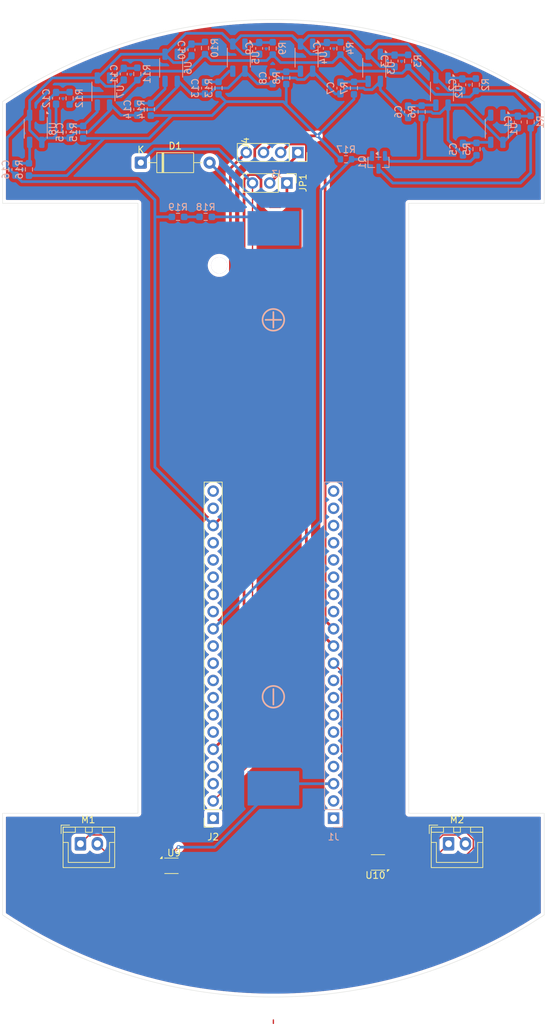
<source format=kicad_pcb>
(kicad_pcb (version 20241229) (generator "pcbnew") (generator_version "9.0")
  (layers (0 "F.Cu" signal) (2 "B.Cu" signal) (13 "F.Paste" user) (15 "B.Paste" user) (5 "F.SilkS" user "F.Silkscreen") (7 "B.SilkS" user "B.Silkscreen") (1 "F.Mask" user) (3 "B.Mask" user) (25 "Edge.Cuts" user))
  (net 0 "")
  (net 1 "GND")
  (net 2 "Net-(U1-A)")
  (net 3 "/SENSOR_0")
  (net 4 "Net-(U2-A)")
  (net 5 "/SENSOR_4")
  (net 6 "Net-(U3-A)")
  (net 7 "/SENSOR_1")
  (net 8 "Net-(U7-A)")
  (net 9 "Net-(U4-A)")
  (net 10 "Net-(U8-A)")
  (net 11 "/SENSOR_5")
  (net 12 "/SENSOR_2")
  (net 13 "/SENSOR_6")
  (net 14 "/SENSOR_3")
  (net 15 "/SENSOR_7")
  (net 16 "Net-(U5-A)")
  (net 18 "/MOT_L_A")
  (net 19 "/ECHO")
  (net 20 "Net-(U6-A)")
  (net 23 "/TRIG")
  (net 26 "/MODE")
  (net 27 "/MOT_L_B")
  (net 28 "+3V3")
  (net 29 "/~{SLEEP}")
  (net 30 "/~{IR_ENABLE}")
  (net 31 "/MOT_R_A")
  (net 32 "/VBAT{slash}2")
  (net 33 "VBUS")
  (net 34 "/MOT_R_B")
  (net 35 "+BATT")
  (net 36 "Net-(M1--)")
  (net 37 "Net-(M1-+)")
  (net 38 "Net-(M2--)")
  (net 39 "Net-(M2-+)")
  (net 40 "Net-(J4-Pin_1)")
  (net 41 "/LED_PWR")
  (footprint "Diode_THT:D_A-405_P10.16mm_Horizontal" (layer "F.Cu") (at 70.42 49)
    (property "Reference" "D1")
    (property "Value" "1N4007")
  )
  (footprint "Package_SON:WSON-8-1EP_2x2mm_P0.5mm_EP0.9x1.6mm" (layer "F.Cu") (at 105.45 152.25 180)
    (property "Reference" "U10")
    (property "Value" "DRV8220SDG")
  )
  (footprint "Package_SON:WSON-8-1EP_2x2mm_P0.5mm_EP0.9x1.6mm" (layer "F.Cu") (at 74.95 152.75)
    (property "Reference" "U9")
    (property "Value" "DRV8220SDG")
  )
  (footprint "Connector_PinSocket_2.54mm:PinSocket_1x20_P2.54mm_Vertical" (layer "F.Cu") (at 81.11 145.72 180)
    (property "Reference" "J2")
    (property "Value" "Conn_01x20")
  )
  (footprint "Connector_PinSocket_2.54mm:PinSocket_1x04_P2.54mm_Vertical" (layer "F.Cu") (at 93.62 47.5 -90)
    (property "Reference" "J4")
    (property "Value" "Ultrasonic eyes")
  )
  (footprint "Connector_JST:JST_XH_B2B-XH-A_1x02_P2.50mm_Vertical" (layer "F.Cu") (at 61.5 149.5)
    (property "Reference" "M1")
    (property "Value" "Motor_L")
  )
  (footprint "Connector_PinHeader_2.54mm:PinHeader_1x03_P2.54mm_Vertical" (layer "F.Cu") (at 92 52 -90)
    (property "Reference" "JP1")
    (property "Value" "Jumper_3_Bridged12")
  )
  (footprint "Connector_JST:JST_XH_B2B-XH-A_1x02_P2.50mm_Vertical" (layer "F.Cu") (at 115.875 149.5)
    (property "Reference" "M2")
    (property "Value" "Motor_R")
  )
  (footprint "Capacitor_SMD:C_0603_1608Metric_Pad1.08x0.95mm_HandSolder" (layer "B.Cu") (at 77.9 32.3625 -90)
    (property "Reference" "C10")
    (property "Value" "10u")
  )
  (footprint "OptoDevice:OnSemi_CASE100CY" (layer "B.Cu") (at 54.9 44 180)
    (property "Reference" "U8")
    (property "Value" "QRE1113GR")
  )
  (footprint "Resistor_SMD:R_0603_1608Metric_Pad0.98x0.95mm_HandSolder" (layer "B.Cu") (at 101.9 38 -90)
    (property "Reference" "R7")
    (property "Value" "10k")
  )
  (footprint "Capacitor_SMD:C_0603_1608Metric_Pad1.08x0.95mm_HandSolder" (layer "B.Cu") (at 87.9 32.1375 -90)
    (property "Reference" "C9")
    (property "Value" "10u")
  )
  (footprint "OptoDevice:OnSemi_CASE100CY" (layer "B.Cu") (at 74.9 35 180)
    (property "Reference" "U6")
    (property "Value" "QRE1113GR")
  )
  (footprint "OptoDevice:OnSemi_CASE100CY" (layer "B.Cu") (at 104.9 35 180)
    (property "Reference" "U3")
    (property "Value" "QRE1113GR")
  )
  (footprint "OptoDevice:OnSemi_CASE100CY" (layer "B.Cu") (at 94.9 33.5 180)
    (property "Reference" "U4")
    (property "Value" "QRE1113GR")
  )
  (footprint "OptoDevice:OnSemi_CASE100CY" (layer "B.Cu") (at 64.9 38.5 180)
    (property "Reference" "U7")
    (property "Value" "QRE1113GR")
  )
  (footprint "OptoDevice:OnSemi_CASE100CY" (layer "B.Cu") (at 123 44 180)
    (property "Reference" "U1")
    (property "Value" "QRE1113GR")
  )
  (footprint "Resistor_SMD:R_0603_1608Metric_Pad0.98x0.95mm_HandSolder" (layer "B.Cu") (at 71.9 41.1375 -90)
    (property "Reference" "R14")
    (property "Value" "10k")
  )
  (footprint "Resistor_SMD:R_0603_1608Metric_Pad0.98x0.95mm_HandSolder" (layer "B.Cu") (at 53.9 50 -90)
    (property "Reference" "R16")
    (property "Value" "10k")
  )
  (footprint "Resistor_SMD:R_0603_1608Metric_Pad0.98x0.95mm_HandSolder" (layer "B.Cu") (at 79.9 32.0875 90)
    (property "Reference" "R10")
    (property "Value" "120")
  )
  (footprint "Capacitor_SMD:C_0603_1608Metric_Pad1.08x0.95mm_HandSolder" (layer "B.Cu") (at 118 47.009289 -90)
    (property "Reference" "C5")
    (property "Value" "100n")
  )
  (footprint "Resistor_SMD:R_0603_1608Metric_Pad0.98x0.95mm_HandSolder" (layer "B.Cu") (at 128 42.99953 90)
    (property "Reference" "R1")
    (property "Value" "120")
  )
  (footprint "Resistor_SMD:R_0603_1608Metric_Pad0.98x0.95mm_HandSolder" (layer "B.Cu") (at 109.9 34 90)
    (property "Reference" "R3")
    (property "Value" "120")
  )
  (footprint "Resistor_SMD:R_0603_1608Metric_Pad0.98x0.95mm_HandSolder" (layer "B.Cu") (at 61.9 44.5 -90)
    (property "Reference" "R15")
    (property "Value" "10k")
  )
  (footprint "Package_TO_SOT_SMD:SOT-23" (layer "B.Cu") (at 105.525 48.95 -90)
    (property "Reference" "Q1")
    (property "Value" "AO3401A")
  )
  (footprint "Resistor_SMD:R_0603_1608Metric_Pad0.98x0.95mm_HandSolder" (layer "B.Cu") (at 119.9 37.5 90)
    (property "Reference" "R2")
    (property "Value" "120")
  )
  (footprint "Capacitor_SMD:C_0603_1608Metric_Pad1.08x0.95mm_HandSolder" (layer "B.Cu") (at 59.9 44.504489 -90)
    (property "Reference" "C15")
    (property "Value" "100n")
  )
  (footprint "Connector_PinSocket_2.54mm:PinSocket_1x20_P2.54mm_Vertical" (layer "B.Cu") (at 98.89 145.72)
    (property "Reference" "J1")
    (property "Value" "Conn_01x20")
  )
  (footprint "Resistor_SMD:R_0603_1608Metric_Pad0.98x0.95mm_HandSolder" (layer "B.Cu") (at 120 47 -90)
    (property "Reference" "R5")
    (property "Value" "10k")
  )
  (footprint "Resistor_SMD:R_0603_1608Metric_Pad0.98x0.95mm_HandSolder" (layer "B.Cu") (at 91.9 36.5 -90)
    (property "Reference" "R8")
    (property "Value" "10k")
  )
  (footprint "Resistor_SMD:R_0603_1608Metric_Pad0.98x0.95mm_HandSolder" (layer "B.Cu") (at 59.9 39.5 90)
    (property "Reference" "R12")
    (property "Value" "120")
  )
  (footprint "Capacitor_SMD:C_0603_1608Metric_Pad1.08x0.95mm_HandSolder" (layer "B.Cu") (at 67.9 35.934979 -90)
    (property "Reference" "C11")
    (property "Value" "10u")
  )
  (footprint "Capacitor_SMD:C_0603_1608Metric_Pad1.08x0.95mm_HandSolder" (layer "B.Cu") (at 79.9 38 -90)
    (property "Reference" "C13")
    (property "Value" "100n")
  )
  (footprint "OptoDevice:OnSemi_CASE100CY" (layer "B.Cu") (at 84.9 33.5 180)
    (property "Reference" "U5")
    (property "Value" "QRE1113GR")
  )
  (footprint "Capacitor_SMD:C_0603_1608Metric_Pad1.08x0.95mm_HandSolder" (layer "B.Cu") (at 126.1 43 -90)
    (property "Reference" "C1")
    (property "Value" "10u")
  )
  (footprint "Capacitor_SMD:C_0603_1608Metric_Pad1.08x0.95mm_HandSolder" (layer "B.Cu") (at 69.9 41.1375 -90)
    (property "Reference" "C14")
    (property "Value" "100n")
  )
  (footprint "Resistor_SMD:R_0603_1608Metric_Pad0.98x0.95mm_HandSolder" (layer "B.Cu") (at 99.9 32.1375 90)
    (property "Reference" "R4")
    (property "Value" "120")
  )
  (footprint "Capacitor_SMD:C_0603_1608Metric_Pad1.08x0.95mm_HandSolder" (layer "B.Cu") (at 107.9 33.992944 -90)
    (property "Reference" "C3")
    (property "Value" "10u")
  )
  (footprint "Resistor_SMD:R_0603_1608Metric_Pad0.98x0.95mm_HandSolder" (layer "B.Cu") (at 69.9 35.9125 90)
    (property "Reference" "R11")
    (property "Value" "120")
  )
  (footprint "Capacitor_SMD:C_0603_1608Metric_Pad1.08x0.95mm_HandSolder" (layer "B.Cu") (at 99.9 38 -90)
    (property "Reference" "C7")
    (property "Value" "100n")
  )
  (footprint "Resistor_SMD:R_0603_1608Metric_Pad0.98x0.95mm_HandSolder" (layer "B.Cu") (at 81.9 37.992857 -90)
    (property "Reference" "R13")
    (property "Value" "10k")
  )
  (footprint "Resistor_SMD:R_0603_1608Metric_Pad0.98x0.95mm_HandSolder" (layer "B.Cu") (at 111.9 41.5 -90)
    (property "Reference" "R6")
    (property "Value" "10k")
  )
  (footprint "Resistor_SMD:R_0603_1608Metric_Pad0.98x0.95mm_HandSolder" (layer "B.Cu") (at 80 57 180)
    (property "Reference" "R18")
    (property "Value" "10k")
  )
  (footprint "Capacitor_SMD:C_0603_1608Metric_Pad1.08x0.95mm_HandSolder" (layer "B.Cu") (at 109.9 41.5 -90)
    (property "Reference" "C6")
    (property "Value" "100n")
  )
  (footprint "Resistor_SMD:R_0603_1608Metric_Pad0.98x0.95mm_HandSolder" (layer "B.Cu") (at 75.9125 57 180)
    (property "Reference" "R19")
    (property "Value" "10k")
  )
  (footprint "Capacitor_SMD:C_0603_1608Metric_Pad1.08x0.95mm_HandSolder" (layer "B.Cu") (at 51.9 49.997841 -90)
    (property "Reference" "C16")
    (property "Value" "100n")
  )
  (footprint "Resistor_SMD:R_0603_1608Metric_Pad0.98x0.95mm_HandSolder" (layer "B.Cu") (at 89.9 32.1375 90)
    (property "Reference" "R9")
    (property "Value" "120")
  )
  (footprint "OptoDevice:OnSemi_CASE100CY" (layer "B.Cu") (at 114.9 38.5 180)
    (property "Reference" "U2")
    (property "Value" "QRE1113GR")
  )
  (footprint "Capacitor_SMD:C_0603_1608Metric_Pad1.08x0.95mm_HandSolder" (layer "B.Cu") (at 89.9 36.5 -90)
    (property "Reference" "C8")
    (property "Value" "100n")
  )
  (footprint "Resistor_SMD:R_0603_1608Metric" (layer "B.Cu") (at 100.725 48.5 180)
    (property "Reference" "R17")
    (property "Value" "10k")
  )
  (footprint "Capacitor_SMD:C_0603_1608Metric_Pad1.08x0.95mm_HandSolder" (layer "B.Cu") (at 97.9 32.1375 -90)
    (property "Reference" "C4")
    (property "Value" "10u")
  )
  (footprint "easyeda2kicad:BATTERY-SMD_18650-1S-L77.1-W20.7-1" (layer "B.Cu") (at 90 100 180)
    (property "Reference" "J3")
    (property "Value" "Battery")
  )
  (footprint "Capacitor_SMD:C_0603_1608Metric_Pad1.08x0.95mm_HandSolder" (layer "B.Cu") (at 117.9 37.5 -90)
    (property "Reference" "C2")
    (property "Value" "10u")
  )
  (footprint "Capacitor_SMD:C_0603_1608Metric_Pad1.08x0.95mm_HandSolder" (layer "B.Cu") (at 57.9 39.5 -90)
    (property "Reference" "C12")
    (property "Value" "10u")
  )
  (gr_line (start 90 175.5) (end 90 176) (stroke (width 0.2)) (layer "F.Cu"))
  (gr_line (start 130 55) (end 130 40) (stroke (width 0.05)) (layer "Edge.Cuts"))
  (gr_line (start 110 55) (end 110 145) (stroke (width 0.05)) (layer "Edge.Cuts"))
  (gr_line (start 50 145) (end 50 160) (stroke (width 0.05)) (layer "Edge.Cuts"))
  (gr_line (start 110 55) (end 130 55) (stroke (width 0.05)) (layer "Edge.Cuts"))
  (gr_line (start 70 145) (end 50 145) (stroke (width 0.05)) (layer "Edge.Cuts"))
  (gr_arc (start 50 40) (mid 90 27.888974) (end 130 40) (stroke (width 0.05)) (layer "Edge.Cuts"))
  (gr_line (start 50 55) (end 50 40) (stroke (width 0.05)) (layer "Edge.Cuts"))
  (gr_line (start 70 55) (end 70 145) (stroke (width 0.05)) (layer "Edge.Cuts"))
  (gr_line (start 70 55) (end 50 55) (stroke (width 0.05)) (layer "Edge.Cuts"))
  (gr_line (start 130 145) (end 130 160) (stroke (width 0.05)) (layer "Edge.Cuts"))
  (gr_line (start 110 145) (end 130 145) (stroke (width 0.05)) (layer "Edge.Cuts"))
  (gr_arc (start 130 160) (mid 90 172.111026) (end 50 160) (stroke (width 0.05)) (layer "Edge.Cuts"))
  (segment (start 125.9625 42) (end 126.1 42.1375) (width 0.4) (layer "B.Cu") (net 2))
  (segment (start 127.94953 42.1375) (end 128 42.08703) (width 0.4) (layer "B.Cu") (net 2))
  (segment (start 126.1 42.1375) (end 127.94953 42.1375) (width 0.4) (layer "B.Cu") (net 2))
  (segment (start 123.9 42) (end 125.9625 42) (width 0.4) (layer "B.Cu") (net 2))
  (segment (start 120.0875 46) (end 120 46.0875) (width 0.4) (layer "B.Cu") (net 3))
  (segment (start 118.059289 46.0875) (end 118 46.146789) (width 0.4) (layer "B.Cu") (net 3))
  (segment (start 120 46.0875) (end 118.059289 46.0875) (width 0.4) (layer "B.Cu") (net 3))
  (segment (start 122.1 46) (end 120.0875 46) (width 0.4) (layer "B.Cu") (net 3))
  (segment (start 117.9 36.6375) (end 119.85 36.6375) (width 0.4) (layer "B.Cu") (net 4))
  (segment (start 119.85 36.6375) (end 119.9 36.5875) (width 0.4) (layer "B.Cu") (net 4))
  (segment (start 115.8 36.5) (end 117.7625 36.5) (width 0.4) (layer "B.Cu") (net 4))
  (segment (start 117.7625 36.5) (end 117.9 36.6375) (width 0.4) (layer "B.Cu") (net 4))
  (segment (start 84 35.5) (end 83.480357 35.5) (width 0.4) (layer "B.Cu") (net 5))
  (segment (start 79.957143 37.080357) (end 79.9 37.1375) (width 0.4) (layer "B.Cu") (net 5))
  (segment (start 83.480357 35.5) (end 81.9 37.080357) (width 0.4) (layer "B.Cu") (net 5))
  (segment (start 81.9 37.080357) (end 79.957143 37.080357) (width 0.4) (layer "B.Cu") (net 5))
  (segment (start 105.8 33) (end 107.769556 33) (width 0.4) (layer "B.Cu") (net 6))
  (segment (start 107.769556 33) (end 107.9 33.130444) (width 0.4) (layer "B.Cu") (net 6))
  (segment (start 107.9 33.130444) (end 109.857056 33.130444) (width 0.4) (layer "B.Cu") (net 6))
  (segment (start 109.857056 33.130444) (end 109.9 33.0875) (width 0.4) (layer "B.Cu") (net 6))
  (segment (start 111.9875 40.5) (end 111.9 40.5875) (width 0.4) (layer "B.Cu") (net 7))
  (segment (start 111.9 40.5875) (end 109.95 40.5875) (width 0.4) (layer "B.Cu") (net 7))
  (segment (start 109.95 40.5875) (end 109.9 40.6375) (width 0.4) (layer "B.Cu") (net 7))
  (segment (start 114 40.5) (end 111.9875 40.5) (width 0.4) (layer "B.Cu") (net 7))
  (segment (start 67.9 35.072479) (end 69.827521 35.072479) (width 0.4) (layer "B.Cu") (net 8))
  (segment (start 66.472479 36.5) (end 67.9 35.072479) (width 0.4) (layer "B.Cu") (net 8))
  (segment (start 69.827521 35.072479) (end 69.9 35) (width 0.4) (layer "B.Cu") (net 8))
  (segment (start 65.8 36.5) (end 66.472479 36.5) (width 0.4) (layer "B.Cu") (net 8))
  (segment (start 97.9 31.275) (end 99.85 31.275) (width 0.4) (layer "B.Cu") (net 9))
  (segment (start 95.8 31.5) (end 97.675 31.5) (width 0.4) (layer "B.Cu") (net 9))
  (segment (start 97.675 31.5) (end 97.9 31.275) (width 0.4) (layer "B.Cu") (net 9))
  (segment (start 99.85 31.275) (end 99.9 31.225) (width 0.4) (layer "B.Cu") (net 9))
  (segment (start 59.85 38.6375) (end 59.9 38.5875) (width 0.4) (layer "B.Cu") (net 10))
  (segment (start 55.8 42) (end 55.8 40.7375) (width 0.4) (layer "B.Cu") (net 10))
  (segment (start 57.9 38.6375) (end 59.85 38.6375) (width 0.4) (layer "B.Cu") (net 10))
  (segment (start 55.8 40.7375) (end 57.9 38.6375) (width 0.4) (layer "B.Cu") (net 10))
  (segment (start 69.95 40.225) (end 69.9 40.275) (width 0.4) (layer "B.Cu") (net 11))
  (segment (start 74 37) (end 74 38.125) (width 0.4) (layer "B.Cu") (net 11))
  (segment (start 74 38.125) (end 71.9 40.225) (width 0.4) (layer "B.Cu") (net 11))
  (segment (start 71.9 40.225) (end 69.95 40.225) (width 0.4) (layer "B.Cu") (net 11))
  (segment (start 104 37) (end 101.9875 37) (width 0.4) (layer "B.Cu") (net 12))
  (segment (start 101.9 37.0875) (end 99.95 37.0875) (width 0.4) (layer "B.Cu") (net 12))
  (segment (start 101.9875 37) (end 101.9 37.0875) (width 0.4) (layer "B.Cu") (net 12))
  (segment (start 99.95 37.0875) (end 99.9 37.1375) (width 0.4) (layer "B.Cu") (net 12))
  (segment (start 64 41.4875) (end 61.9 43.5875) (width 0.4) (layer "B.Cu") (net 13))
  (segment (start 61.9 43.5875) (end 59.954489 43.5875) (width 0.4) (layer "B.Cu") (net 13))
  (segment (start 59.954489 43.5875) (end 59.9 43.641989) (width 0.4) (layer "B.Cu") (net 13))
  (segment (start 64 40.5) (end 64 41.4875) (width 0.4) (layer "B.Cu") (net 13))
  (segment (start 91.9875 35.5) (end 91.9 35.5875) (width 0.4) (layer "B.Cu") (net 14))
  (segment (start 89.95 35.5875) (end 89.9 35.6375) (width 0.4) (layer "B.Cu") (net 14))
  (segment (start 94 35.5) (end 91.9875 35.5) (width 0.4) (layer "B.Cu") (net 14))
  (segment (start 91.9 35.5875) (end 89.95 35.5875) (width 0.4) (layer "B.Cu") (net 14))
  (segment (start 51.947841 49.0875) (end 51.9 49.135341) (width 0.4) (layer "B.Cu") (net 15))
  (segment (start 54 46) (end 54 48.9875) (width 0.4) (layer "B.Cu") (net 15))
  (segment (start 54 48.9875) (end 53.9 49.0875) (width 0.4) (layer "B.Cu") (net 15))
  (segment (start 53.9 49.0875) (end 51.947841 49.0875) (width 0.4) (layer "B.Cu") (net 15))
  (segment (start 87.675 31.5) (end 87.9 31.275) (width 0.4) (layer "B.Cu") (net 16))
  (segment (start 89.85 31.275) (end 89.9 31.225) (width 0.4) (layer "B.Cu") (net 16))
  (segment (start 87.9 31.275) (end 89.85 31.275) (width 0.4) (layer "B.Cu") (net 16))
  (segment (start 85.8 31.5) (end 87.675 31.5) (width 0.4) (layer "B.Cu") (net 16))
  (segment (start 90.392 45.648) (end 95.119942 45.648) (width 0.4) (layer "F.Cu") (net 19))
  (segment (start 95.119942 45.648) (end 97.639 48.167058) (width 0.4) (layer "F.Cu") (net 19))
  (segment (start 97.639 116.529) (end 98.89 117.78) (width 0.4) (layer "F.Cu") (net 19))
  (segment (start 97.639 48.167058) (end 97.639 116.529) (width 0.4) (layer "F.Cu") (net 19))
  (segment (start 88.54 47.5) (end 90.392 45.648) (width 0.4) (layer "F.Cu") (net 19))
  (segment (start 76.4 33) (end 77.9 31.5) (width 0.4) (layer "B.Cu") (net 20))
  (segment (start 75.8 33) (end 76.4 33) (width 0.4) (layer "B.Cu") (net 20))
  (segment (start 77.9 31.5) (end 79.575 31.5) (width 0.4) (layer "B.Cu") (net 20))
  (segment (start 79.575 31.5) (end 79.9 31.175) (width 0.4) (layer "B.Cu") (net 20))
  (segment (start 91.08 47.5) (end 92.331 46.249) (width 0.4) (layer "F.Cu") (net 23))
  (segment (start 94.871 116.301) (end 98.89 120.32) (width 0.4) (layer "F.Cu") (net 23))
  (segment (start 94.871 46.249) (end 94.871 116.301) (width 0.4) (layer "F.Cu") (net 23))
  (segment (start 92.331 46.249) (end 94.871 46.249) (width 0.4) (layer "F.Cu") (net 23))
  (segment (start 102.5 152.5) (end 104.5 152.5) (width 0.2) (layer "F.Cu") (net 26))
  (segment (start 75.9 152.5) (end 102.5 152.5) (width 0.2) (layer "F.Cu") (net 26))
  (segment (start 88.171 51.481818) (end 87.438182 50.749) (width 0.4) (layer "F.Cu") (net 28))
  (segment (start 87 50.749) (end 87.251 50.498) (width 0.4) (layer "F.Cu") (net 28))
  (segment (start 89.5 55.5) (end 88.171 54.171) (width 0.4) (layer "F.Cu") (net 28))
  (segment (start 86.401818 50.749) (end 85.669 51.481818) (width 0.4) (layer "F.Cu") (net 28))
  (segment (start 96.5 45.047) (end 96.547 45.047) (width 0.4) (layer "F.Cu") (net 28))
  (segment (start 87.251 50.498) (end 87.251 47.019818) (width 0.4) (layer "F.Cu") (net 28))
  (segment (start 87.438182 50.749) (end 87 50.749) (width 0.4) (layer "F.Cu") (net 28))
  (segment (start 87.251 47.019818) (end 89.223818 45.047) (width 0.4) (layer "F.Cu") (net 28))
  (segment (start 89.223818 45.047) (end 96.5 45.047) (width 0.4) (layer "F.Cu") (net 28))
  (segment (start 87 50.749) (end 86.401818 50.749) (width 0.4) (layer "F.Cu") (net 28))
  (segment (start 91 55.5) (end 89.5 55.5) (width 0.4) (layer "F.Cu") (net 28))
  (segment (start 92 52) (end 92 54.5) (width 0.4) (layer "F.Cu") (net 28))
  (segment (start 92 54.5) (end 91 55.5) (width 0.4) (layer "F.Cu") (net 28))
  (segment (start 85.669 131.001) (end 81.11 135.56) (width 0.4) (layer "F.Cu") (net 28))
  (segment (start 88.171 54.171) (end 88.171 51.481818) (width 0.4) (layer "F.Cu") (net 28))
  (segment (start 85.669 51.481818) (end 85.669 131.001) (width 0.4) (layer "F.Cu") (net 28))
  (via (at 96.5 45.047) (size 0.6) (drill 0.3) (layers "F.Cu" "B.Cu") (net 28))
  (segment (start 120 47.9125) (end 119.102211 48.810289) (width 0.4) (layer "B.Cu") (net 28))
  (segment (start 71.6375 45.4125) (end 75 42.05) (width 0.4) (layer "B.Cu") (net 28))
  (segment (start 61.9 45.4125) (end 65 45.4125) (width 0.4) (layer "B.Cu") (net 28))
  (segment (start 80.944643 42.05) (end 82.994643 40) (width 0.4) (layer "B.Cu") (net 28))
  (segment (start 71.9 42.05) (end 75 42.05) (width 0.4) (layer "B.Cu") (net 28))
  (segment (start 101.9 39.647) (end 96.5 45.047) (width 0.4) (layer "B.Cu") (net 28))
  (segment (start 111.5 48.810289) (end 107.272789 48.810289) (width 0.4) (layer "B.Cu") (net 28))
  (segment (start 91.9 40.447) (end 96.5 45.047) (width 0.4) (layer "B.Cu") (net 28))
  (segment (start 82.994643 40) (end 91.453 40) (width 0.4) (layer "B.Cu") (net 28))
  (segment (start 75 42.05) (end 80.944643 42.05) (width 0.4) (layer "B.Cu") (net 28))
  (segment (start 111.9 42.4125) (end 111.9 48.410289) (width 0.4) (layer "B.Cu") (net 28))
  (segment (start 65 45.4125) (end 71.6375 45.4125) (width 0.4) (layer "B.Cu") (net 28))
  (segment (start 111.9 48.410289) (end 111.5 48.810289) (width 0.4) (layer "B.Cu") (net 28))
  (segment (start 59.5 50.9125) (end 65 45.4125) (width 0.4) (layer "B.Cu") (net 28))
  (segment (start 99.9 48.447) (end 96.5 45.047) (width 0.4) (layer "B.Cu") (net 28))
  (segment (start 107.272789 48.810289) (end 106.475 48.0125) (width 0.4) (layer "B.Cu") (net 28))
  (segment (start 99.9 48.5) (end 99.9 48.447) (width 0.4) (layer "B.Cu") (net 28))
  (segment (start 101.9 38.9125) (end 101.9 39.647) (width 0.4) (layer "B.Cu") (net 28))
  (segment (start 119.102211 48.810289) (end 111.5 48.810289) (width 0.4) (layer "B.Cu") (net 28))
  (segment (start 81.9 38.905357) (end 82.994643 40) (width 0.4) (layer "B.Cu") (net 28))
  (segment (start 91.9 37.4125) (end 91.9 40.447) (width 0.4) (layer "B.Cu") (net 28))
  (segment (start 53.9 50.9125) (end 59.5 50.9125) (width 0.4) (layer "B.Cu") (net 28))
  (segment (start 91.453 40) (end 91.9 40.447) (width 0.4) (layer "B.Cu") (net 28))
  (segment (start 109.751058 145.601) (end 100.041 135.890942) (width 0.2) (layer "F.Cu") (net 29))
  (segment (start 100.041 124.011) (end 98.89 122.86) (width 0.2) (layer "F.Cu") (net 29))
  (segment (start 119.526 148.87324) (end 116.25376 145.601) (width 0.2) (layer "F.Cu") (net 29))
  (segment (start 116.25376 145.601) (end 109.751058 145.601) (width 0.2) (layer "F.Cu") (net 29))
  (segment (start 119.526 150.12676) (end 119.526 148.87324) (width 0.2) (layer "F.Cu") (net 29))
  (segment (start 100.041 135.890942) (end 100.041 124.011) (width 0.2) (layer "F.Cu") (net 29))
  (segment (start 115.15276 154.5) (end 119.526 150.12676) (width 0.2) (layer "F.Cu") (net 29))
  (segment (start 106 154.5) (end 115.15276 154.5) (width 0.2) (layer "F.Cu") (net 29))
  (segment (start 104.5 153) (end 106 154.5) (width 0.2) (layer "F.Cu") (net 29))
  (segment (start 101.55 48.5) (end 104.0875 48.5) (width 0.4) (layer "B.Cu") (net 30))
  (segment (start 104.0875 48.5) (end 104.575 48.0125) (width 0.4) (layer "B.Cu") (net 30))
  (segment (start 97 53.05) (end 97 101.89) (width 0.4) (layer "B.Cu") (net 30))
  (segment (start 97 101.89) (end 81.11 117.78) (width 0.4) (layer "B.Cu") (net 30))
  (segment (start 101.55 48.5) (end 97 53.05) (width 0.4) (layer "B.Cu") (net 30))
  (segment (start 86 47.5) (end 83.651 49.849) (width 0.4) (layer "F.Cu") (net 35))
  (segment (start 83.651 99.999) (end 81.11 102.54) (width 0.4) (layer "F.Cu") (net 35))
  (segment (start 76 150) (end 74.026 151.974) (width 0.4) (layer "F.Cu") (net 35))
  (segment (start 86.92 52) (end 86.92 137.37) (width 0.2) (layer "F.Cu") (net 35))
  (segment (start 74.026 151.974) (end 74 151.974) (width 0.4) (layer "F.Cu") (net 35))
  (segment (start 83.651 49.849) (end 83.651 99.999) (width 0.4) (layer "F.Cu") (net 35))
  (segment (start 86.92 137.37) (end 81.11 143.18) (width 0.2) (layer "F.Cu") (net 35))
  (via (at 76 150) (size 0.6) (drill 0.3) (layers "F.Cu" "B.Cu") (net 35))
  (segment (start 80.9125 57) (end 88.31 57) (width 0.4) (layer "B.Cu") (net 35))
  (segment (start 76.894 34.231) (end 77.9 33.225) (width 0.4) (layer "B.Cu") (net 35))
  (segment (start 105.5 31.5) (end 104 33) (width 0.4) (layer "B.Cu") (net 35))
  (segment (start 75 57) (end 72.5 57) (width 0.4) (layer "B.Cu") (net 35))
  (segment (start 65.8 40.5) (end 66 40.5) (width 0.4) (layer "B.Cu") (net 35))
  (segment (start 74 33) (end 77.085551 29.914449) (width 0.4) (layer "B.Cu") (net 35))
  (segment (start 75.8 37) (end 76 37) (width 0.4) (layer "B.Cu") (net 35))
  (segment (start 113.318122 41.5) (end 113.549122 41.731) (width 0.4) (layer "B.Cu") (net 35))
  (segment (start 123.9 46) (end 123.9625 46) (width 0.4) (layer "B.Cu") (net 35))
  (segment (start 82.414449 29.914449) (end 84 31.5) (width 0.4) (layer "B.Cu") (net 35))
  (segment (start 79.0875 57) (end 76.825 57) (width 0.4) (layer "B.Cu") (net 35))
  (segment (start 55.8 46) (end 56.433011 45.366989) (width 0.4) (layer "B.Cu") (net 35))
  (segment (start 90 141.31) (end 81.31 150) (width 0.4) (layer "B.Cu") (net 35))
  (segment (start 50.701 49.661341) (end 50.701 45.299) (width 0.4) (layer "B.Cu") (net 35))
  (segment (start 67.5 42) (end 69.9 42) (width 0.4) (layer "B.Cu") (net 35))
  (segment (start 114.569 41.731) (end 115.8 40.5) (width 0.4) (layer "B.Cu") (net 35))
  (segment (start 105.8 37) (end 105.8 38.2625) (width 0.4) (layer "B.Cu") (net 35))
  (segment (start 99.9 38.8625) (end 100.7625 38) (width 0.4) (layer "B.Cu") (net 35))
  (segment (start 85.8 35.5) (end 87.6625 37.3625) (width 0.4) (layer "B.Cu") (net 35))
  (segment (start 98.89 140.64) (end 90.67 140.64) (width 0.4) (layer "B.Cu") (net 35))
  (segment (start 109.9 42.3625) (end 110.7625 41.5) (width 0.4) (layer "B.Cu") (net 35))
  (segment (start 118.4 40.5) (end 120.95 43.05) (width 0.4) (layer "B.Cu") (net 35))
  (segment (start 67.5 33) (end 74 33) (width 0.4) (layer "B.Cu") (net 35))
  (segment (start 65.8 41.329999) (end 65.8 40.5) (width 0.4) (layer "B.Cu") (net 35))
  (segment (start 105.8 38.2625) (end 109.9 42.3625) (width 0.4) (layer "B.Cu") (net 35))
  (segment (start 87.6625 37.3625) (end 89.9 37.3625) (width 0.4) (layer "B.Cu") (net 35))
  (segment (start 110.7625 41.5) (end 113.318122 41.5) (width 0.4) (layer "B.Cu") (net 35))
  (segment (start 64 36.5) (end 57.337682 36.5) (width 0.4) (layer "B.Cu") (net 35))
  (segment (start 115.832556 38.332556) (end 114 36.5) (width 0.4) (layer "B.Cu") (net 35))
  (segment (start 101.269 30.269) (end 95.231 30.269) (width 0.4) (layer "B.Cu") (net 35))
  (segment (start 57.5 45.366989) (end 59.9 45.366989) (width 0.4) (layer "B.Cu") (net 35))
  (segment (start 54 39.837682) (end 54 42) (width 0.4) (layer "B.Cu") (net 35))
  (segment (start 90.67 140.64) (end 90 141.31) (width 0.4) (layer "B.Cu") (net 35))
  (segment (start 92.769 30.269) (end 94 31.5) (width 0.4) (layer "B.Cu") (net 35))
  (segment (start 83.3 38) (end 85.8 35.5) (width 0.4) (layer "B.Cu") (net 35))
  (segment (start 121.05 43.05) (end 122.1 42) (width 0.4) (layer "B.Cu") (net 35))
  (segment (start 80.58 49) (end 90 58.42) (width 0.4) (layer "B.Cu") (net 35))
  (segment (start 95.8 35.5) (end 99.1625 38.8625) (width 0.4) (layer "B.Cu") (net 35))
  (segment (start 75.231 34.231) (end 76.894 34.231) (width 0.4) (layer "B.Cu") (net 35))
  (segment (start 57.9 44.966989) (end 57.5 45.366989) (width 0.4) (layer "B.Cu") (net 35))
  (segment (start 57.337682 36.5) (end 54 39.837682) (width 0.4) (layer "B.Cu") (net 35))
  (segment (start 84 31.5) (end 85.231 30.269) (width 0.4) (layer "B.Cu") (net 35))
  (segment (start 89.9 37.3625) (end 90.7625 36.5) (width 0.4) (layer "B.Cu") (net 35))
  (segment (start 84 31.5) (end 85.5 33) (width 0.4) (layer "B.Cu") (net 35))
  (segment (start 104 33) (end 105.855444 34.855444) (width 0.4) (layer "B.Cu") (net 35))
  (segment (start 50.701 45.299) (end 54 42) (width 0.4) (layer "B.Cu") (net 35))
  (segment (start 81.408301 38) (end 83.3 38) (width 0.4) (layer "B.Cu") (net 35))
  (segment (start 114 36.5) (end 114 35.670001) (width 0.4) (layer "B.Cu") (net 35))
  (segment (start 72.468499 41.1615) (end 70.7385 41.1615) (width 0.4) (layer "B.Cu") (net 35))
  (segment (start 81.92 47) (end 72.42 47) (width 0.4) (layer "B.Cu") (net 35))
  (segment (start 51.9 50.860341) (end 52.840659 51.801) (width 0.4) (layer "B.Cu") (net 35))
  (segment (start 90 58.42) (end 90 58.69) (width 0.4) (layer "B.Cu") (net 35))
  (segment (start 57.9 40.3625) (end 57.9 44.966989) (width 0.4) (layer "B.Cu") (net 35))
  (segment (start 70.7385 41.1615) (end 69.9 42) (width 0.4) (layer "B.Cu") (net 35))
  (segment (start 85.231 30.269) (end 92.769 30.269) (width 0.4) (layer "B.Cu") (net 35))
  (segment (start 75.8 37.829999) (end 72.468499 41.1615) (width 0.4) (layer "B.Cu") (net 35))
  (segment (start 123.9625 46) (end 126.1 43.8625) (width 0.4) (layer "B.Cu") (net 35))
  (segment (start 59.9 45.366989) (end 60.766989 44.5) (width 0.4) (layer "B.Cu") (net 35))
  (segment (start 94.569 36.731) (end 95.8 35.5) (width 0.4) (layer "B.Cu") (net 35))
  (segment (start 56.433011 45.366989) (end 57.5 45.366989) (width 0.4) (layer "B.Cu") (net 35))
  (segment (start 115.8 40.5) (end 118.4 40.5) (width 0.4) (layer "B.Cu") (net 35))
  (segment (start 54 42) (end 54 44.2) (width 0.4) (layer "B.Cu") (net 35))
  (segment (start 81.31 150) (end 76 150) (width 0.4) (layer "B.Cu") (net 35))
  (segment (start 95.231 30.269) (end 94 31.5) (width 0.4) (layer "B.Cu") (net 35))
  (segment (start 104.569 38.231) (end 105.8 37) (width 0.4) (layer "B.Cu") (net 35))
  (segment (start 72.5 54.5) (end 72.5 57) (width 0.4) (layer "B.Cu") (net 35))
  (segment (start 86.92 52) (end 81.92 47) (width 0.4) (layer "B.Cu") (net 35))
  (segment (start 103.549122 38.231) (end 104.569 38.231) (width 0.4) (layer "B.Cu") (net 35))
  (segment (start 51.9 50.860341) (end 50.701 49.661341) (width 0.4) (layer "B.Cu") (net 35))
  (segment (start 117.9 38.3625) (end 117.870056 38.332556) (width 0.4) (layer "B.Cu") (net 35))
  (segment (start 74 33) (end 75.231 34.231) (width 0.4) (layer "B.Cu") (net 35))
  (segment (start 88.31 57) (end 90 58.69) (width 0.4) (layer "B.Cu") (net 35))
  (segment (start 62.629999 44.5) (end 65.8 41.329999) (width 0.4) (layer "B.Cu") (net 35))
  (segment (start 115.8 45.671789) (end 115.8 40.5) (width 0.4) (layer "B.Cu") (net 35))
  (segment (start 120.95 43.05) (end 123.9 46) (width 0.4) (layer "B.Cu") (net 35))
  (segment (start 64 36.5) (end 67.5 33) (width 0.4) (layer "B.Cu") (net 35))
  (segment (start 103.318122 38) (end 103.549122 38.231) (width 0.4) (layer "B.Cu") (net 35))
  (segment (start 66 40.5) (end 67.5 42) (width 0.4) (layer "B.Cu") (net 35))
  (segment (start 99.1625 38.8625) (end 99.9 38.8625) (width 0.4) (layer "B.Cu") (net 35))
  (segment (start 90.7625 36.5) (end 93.318122 36.5) (width 0.4) (layer "B.Cu") (net 35))
  (segment (start 95.5 33) (end 97.9 33) (width 0.4) (layer "B.Cu") (net 35))
  (segment (start 120.95 43.05) (end 121.05 43.05) (width 0.4) (layer "B.Cu") (net 35))
  (segment (start 114 35.670001) (end 109.829999 31.5) (width 0.4) (layer "B.Cu") (net 35))
  (segment (start 60.766989 44.5) (end 62.629999 44.5) (width 0.4) (layer "B.Cu") (net 35))
  (segment (start 66.966479 37.731) (end 67.9 36.797479) (width 0.4) (layer "B.Cu") (net 35))
  (segment (start 77.8625 38.8625) (end 79 38.8625) (width 0.4) (layer "B.Cu") (net 35))
  (segment (start 69.801 51.801) (end 72.5 54.5) (width 0.4) (layer "B.Cu") (net 35))
  (segment (start 75.8 37) (end 75.8 37.829999) (width 0.4) (layer "B.Cu") (net 35))
  (segment (start 113.549122 41.731) (end 114.569 41.731) (width 0.4) (layer "B.Cu") (net 35))
  (segment (start 72.5 93.93) (end 81.11 102.54) (width 0.4) (layer "B.Cu") (net 35))
  (segment (start 72.5 57.5) (end 72.5 93.93) (width 0.4) (layer "B.Cu") (net 35))
  (segment (start 77.085551 29.914449) (end 82.414449 29.914449) (width 0.4) (layer "B.Cu") (net 35))
  (segment (start 72.5 57) (end 72.5 57.5) (width 0.4) (layer "B.Cu") (net 35))
  (segment (start 64 36.5) (end 65.231 37.731) (width 0.4) (layer "B.Cu") (net 35))
  (segment (start 79 38.8625) (end 79.9 38.8625) (width 0.4) (layer "B.Cu") (net 35))
  (segment (start 117.870056 38.332556) (end 115.832556 38.332556) (width 0.4) (layer "B.Cu") (net 35))
  (segment (start 85.5 33) (end 87.9 33) (width 0.4) (layer "B.Cu") (net 35))
  (segment (start 109.829999 31.5) (end 105.5 31.5) (width 0.4) (layer "B.Cu") (net 35))
  (segment (start 93.549122 36.731) (end 94.569 36.731) (width 0.4) (layer "B.Cu") (net 35))
  (segment (start 80.545801 38.8625) (end 81.408301 38) (width 0.4) (layer "B.Cu") (net 35))
  (segment (start 105.855444 34.855444) (end 107.9 34.855444) (width 0.4) (layer "B.Cu") (net 35))
  (segment (start 54 44.2) (end 55.8 46) (width 0.4) (layer "B.Cu") (net 35))
  (segment (start 52.840659 51.801) (end 69.801 51.801) (width 0.4) (layer "B.Cu") (net 35))
  (segment (start 100.7625 38) (end 103.318122 38) (width 0.4) (layer "B.Cu") (net 35))
  (segment (start 93.318122 36.5) (end 93.549122 36.731) (width 0.4) (layer "B.Cu") (net 35))
  (segment (start 104 33) (end 101.269 30.269) (width 0.4) (layer "B.Cu") (net 35))
  (segment (start 118 47.871789) (end 115.8 45.671789) (width 0.4) (layer "B.Cu") (net 35))
  (segment (start 94 31.5) (end 95.5 33) (width 0.4) (layer "B.Cu") (net 35))
  (segment (start 65.231 37.731) (end 66.966479 37.731) (width 0.4) (layer "B.Cu") (net 35))
  (segment (start 79 38.8625) (end 80.545801 38.8625) (width 0.4) (layer "B.Cu") (net 35))
  (segment (start 76 37) (end 77.8625 38.8625) (width 0.4) (layer "B.Cu") (net 35))
  (segment (start 72.42 47) (end 70.42 49) (width 0.4) (layer "B.Cu") (net 35))
  (segment (start 64 149.5) (end 67.5 153) (width 0.2) (layer "F.Cu") (net 36))
  (segment (start 67.5 153) (end 74 153) (width 0.2) (layer "F.Cu") (net 36))
  (segment (start 69.235202 148.199) (end 62.801 148.199) (width 0.2) (layer "F.Cu") (net 37))
  (segment (start 74 152.5) (end 73.536202 152.5) (width 0.2) (layer "F.Cu") (net 37))
  (segment (start 73.536202 152.5) (end 69.235202 148.199) (width 0.2) (layer "F.Cu") (net 37))
  (segment (start 62.801 148.199) (end 61.5 149.5) (width 0.2) (layer "F.Cu") (net 37))
  (segment (start 111.23884 152) (end 115.03984 148.199) (width 0.2) (layer "F.Cu") (net 38))
  (segment (start 117.074 148.199) (end 118.375 149.5) (width 0.2) (layer "F.Cu") (net 38))
  (segment (start 115.03984 148.199) (end 117.074 148.199) (width 0.2) (layer "F.Cu") (net 38))
  (segment (start 106.4 152) (end 111.23884 152) (width 0.2) (layer "F.Cu") (net 38))
  (segment (start 112.875 152.5) (end 106.4 152.5) (width 0.2) (layer "F.Cu") (net 39))
  (segment (start 115.875 149.5) (end 112.875 152.5) (width 0.2) (layer "F.Cu") (net 39))
  (segment (start 93.62 47.84) (end 93.62 47.5) (width 0.4) (layer "F.Cu") (net 40))
  (segment (start 89.46 52) (end 93.62 47.84) (width 0.4) (layer "F.Cu") (net 40))
  (segment (start 128 43.91203) (end 128 50.5) (width 0.4) (layer "B.Cu") (net 41))
  (segment (start 67.456 39.269) (end 69.9 36.825) (width 0.4) (layer "B.Cu") (net 41))
  (segment (start 129 41.689974) (end 129 42.91203) (width 0.4) (layer "B.Cu") (net 41))
  (segment (start 59.9 40.4125) (end 61.0435 39.269) (width 0.4) (layer "B.Cu") (net 41))
  (segment (start 117.024 38.933556) (end 117.391444 39.301) (width 0.4) (layer "B.Cu") (net 41))
  (segment (start 119.0115 39.301) (end 119.9 38.4125) (width 0.4) (layer "B.Cu") (net 41))
  (segment (start 99.9 33.05) (end 102.35 35.5) (width 0.4) (layer "B.Cu") (net 41))
  (segment (start 61.0435 39.269) (end 67.456 39.269) (width 0.4) (layer "B.Cu") (net 41))
  (segment (start 113.921056 38.933556) (end 117.024 38.933556) (width 0.4) (layer "B.Cu") (net 41))
  (segment (start 71.225 35.5) (end 77.4 35.5) (width 0.4) (layer "B.Cu") (net 41))
  (segment (start 107.0975 35.5) (end 107.391444 35.793944) (width 0.4) (layer "B.Cu") (net 41))
  (segment (start 107.6375 52) (end 105.525 49.8875) (width 0.4) (layer "B.Cu") (net 41))
  (segment (start 80.8385 33.9385) (end 89.0115 33.9385) (width 0.4) (layer "B.Cu") (net 41))
  (segment (start 91.081 34.231) (end 98.719 34.231) (width 0.4) (layer "B.Cu") (net 41))
  (segment (start 79.9 33) (end 80.8385 33.9385) (width 0.4) (layer "B.Cu") (net 41))
  (segment (start 102.35 35.5) (end 107.0975 35.5) (width 0.4) (layer "B.Cu") (net 41))
  (segment (start 119.9 38.4125) (end 125.722526 38.4125) (width 0.4) (layer "B.Cu") (net 41))
  (segment (start 125.722526 38.4125) (end 129 41.689974) (width 0.4) (layer "B.Cu") (net 41))
  (segment (start 77.4 35.5) (end 79.9 33) (width 0.4) (layer "B.Cu") (net 41))
  (segment (start 107.391444 35.793944) (end 109.018556 35.793944) (width 0.4) (layer "B.Cu") (net 41))
  (segment (start 129 42.91203) (end 128 43.91203) (width 0.4) (layer "B.Cu") (net 41))
  (segment (start 109.018556 35.793944) (end 109.9 34.9125) (width 0.4) (layer "B.Cu") (net 41))
  (segment (start 128 50.5) (end 126.5 52) (width 0.4) (layer "B.Cu") (net 41))
  (segment (start 69.9 36.825) (end 71.225 35.5) (width 0.4) (layer "B.Cu") (net 41))
  (segment (start 89.0115 33.9385) (end 89.9 33.05) (width 0.4) (layer "B.Cu") (net 41))
  (segment (start 109.9 34.9125) (end 113.921056 38.933556) (width 0.4) (layer "B.Cu") (net 41))
  (segment (start 117.391444 39.301) (end 119.0115 39.301) (width 0.4) (layer "B.Cu") (net 41))
  (segment (start 98.719 34.231) (end 99.9 33.05) (width 0.4) (layer "B.Cu") (net 41))
  (segment (start 126.5 52) (end 107.6375 52) (width 0.4) (layer "B.Cu") (net 41))
  (segment (start 89.9 33.05) (end 91.081 34.231) (width 0.4) (layer "B.Cu") (net 41))
  (zone (net 1) (net_name "GND") (layers "F.Cu" "B.Cu") (connect_pads (clearance 0.5)) (min_thickness 0.25) (fill yes (thermal_gap 0.5) (thermal_bridge_width 0.5))
    (polygon (pts (xy 50 25) (xy 130 25) (xy 130 175) (xy 50 175)))
  )
)
</source>
